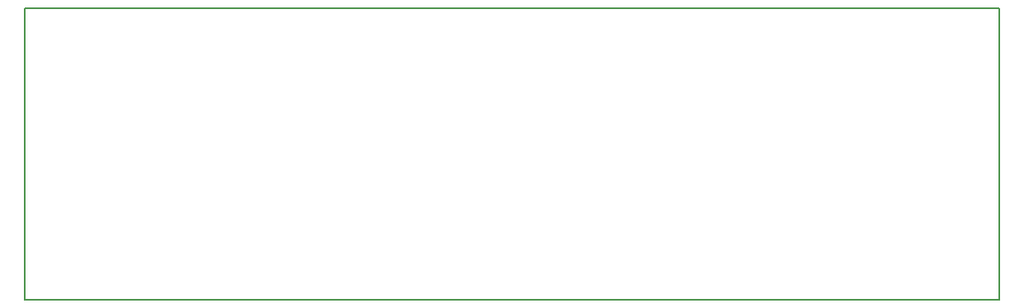
<source format=gbr>
G04 #@! TF.FileFunction,Profile,NP*
%FSLAX46Y46*%
G04 Gerber Fmt 4.6, Leading zero omitted, Abs format (unit mm)*
G04 Created by KiCad (PCBNEW 4.0.3-stable) date 09/13/16 09:56:40*
%MOMM*%
%LPD*%
G01*
G04 APERTURE LIST*
%ADD10C,0.100000*%
%ADD11C,0.150000*%
G04 APERTURE END LIST*
D10*
D11*
X100000000Y0D02*
X0Y0D01*
X100000000Y-30000000D02*
X100000000Y0D01*
X0Y-30000000D02*
X100000000Y-30000000D01*
X0Y0D02*
X0Y-30000000D01*
M02*

</source>
